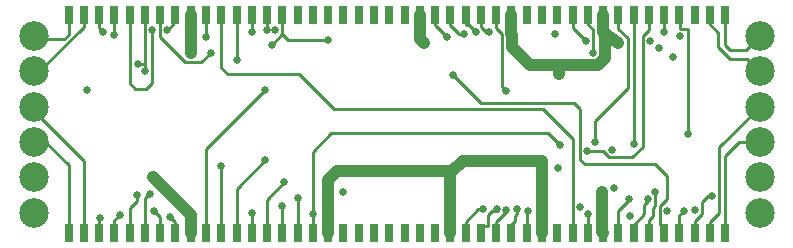
<source format=gtl>
G04*
G04 #@! TF.GenerationSoftware,Altium Limited,Altium Designer,20.0.2 (26)*
G04*
G04 Layer_Physical_Order=1*
G04 Layer_Color=255*
%FSLAX25Y25*%
%MOIN*%
G70*
G01*
G75*
%ADD11C,0.01000*%
%ADD14R,0.03150X0.06299*%
%ADD15C,0.03937*%
%ADD16C,0.09843*%
%ADD17C,0.02500*%
D11*
X537000Y265100D02*
Y272200D01*
X549459Y260209D02*
X553000Y263750D01*
X541664Y260209D02*
X549459D01*
X539774Y262100D02*
X541664Y260209D01*
X534600Y262100D02*
X539774D01*
X548463Y245877D02*
Y246220D01*
X554800Y245700D02*
Y246400D01*
X544886Y242300D02*
X548463Y245877D01*
X529615Y303385D02*
X534100Y298900D01*
X381968Y243145D02*
X384370Y245547D01*
Y247716D01*
X427802Y245991D02*
X433579Y251768D01*
X427802Y235039D02*
Y245991D01*
X388392Y247992D02*
X388818D01*
X387077Y246677D02*
X388392Y247992D01*
X390100Y242400D02*
X392167Y240333D01*
X381968Y243145D02*
X381986Y243128D01*
X437983Y235039D02*
Y246700D01*
X449274Y268100D02*
X521586D01*
X443074Y261900D02*
X449274Y268100D01*
X532200Y259350D02*
Y276250D01*
Y259350D02*
X533750Y257800D01*
X557150D01*
X521586Y268100D02*
X525586Y264100D01*
X529615Y235039D02*
Y266385D01*
X519900Y276100D02*
X529615Y266385D01*
X450200Y276100D02*
X519900D01*
X549977Y264523D02*
Y307480D01*
X537000Y272200D02*
X548000Y283200D01*
X553000Y263750D02*
Y300482D01*
X530150Y278300D02*
X532200Y276250D01*
X534705Y235039D02*
Y241150D01*
X544886Y235039D02*
Y242300D01*
X553500Y244400D02*
X554800Y245700D01*
X557150Y257800D02*
X561168Y253782D01*
X557150Y244034D02*
Y248750D01*
X558700Y237600D02*
Y242384D01*
X558750Y242434D01*
Y243832D01*
X561168Y246250D01*
X553500Y241123D02*
Y244400D01*
X549977Y237600D02*
X553500Y241123D01*
X556392Y243276D02*
X557150Y244034D01*
X561168Y246250D02*
Y253782D01*
X493980Y238630D02*
X498185Y242835D01*
X499646D01*
X501421Y240869D02*
X502651Y242100D01*
X501421Y237521D02*
Y240869D01*
X514688Y242362D02*
X514850Y242200D01*
X514646Y242362D02*
X514688D01*
X510984Y241299D02*
Y243032D01*
X510354Y240669D02*
X510984Y241299D01*
X507559Y242717D02*
X508277D01*
X508278Y242716D01*
X504161Y238600D02*
X508278Y242716D01*
X499071Y237400D02*
X501300D01*
X501421Y237521D01*
X502651Y242100D02*
X504304D01*
X504449Y242441D02*
X504645D01*
X504596Y242392D02*
X504645Y242441D01*
X504449Y242245D02*
Y242441D01*
X504304Y242100D02*
X504449Y242245D01*
X510354Y240669D02*
X510363D01*
Y238811D02*
Y240669D01*
X384685Y291142D02*
X386642D01*
X387077Y291577D01*
X366714Y235039D02*
Y258798D01*
X350000Y275512D02*
X366714Y258798D01*
X350000Y275512D02*
Y277067D01*
X361623Y235039D02*
Y257471D01*
X353838Y265256D02*
X361623Y257471D01*
X350000Y265256D02*
X353838D01*
X366714Y303743D02*
Y307480D01*
X351849Y288878D02*
X366714Y303743D01*
X350000Y288878D02*
X351849D01*
X361623Y300915D02*
Y307480D01*
X360236Y299528D02*
X361623Y300915D01*
X351161Y299528D02*
X360236D01*
X350000Y300689D02*
X351161Y299528D01*
X578504Y241653D02*
Y263524D01*
X575430Y238580D02*
X578504Y241653D01*
X575430Y235039D02*
Y238580D01*
X585256Y265256D02*
X592047D01*
X580521Y260521D02*
X585256Y265256D01*
X580521Y235039D02*
Y260521D01*
X578228Y296811D02*
Y301732D01*
X575430Y304530D02*
X578228Y301732D01*
X575430Y304530D02*
Y307480D01*
X578228Y296811D02*
X581968Y293071D01*
X587854D01*
X592047Y288878D01*
X582126Y296024D02*
X587382D01*
X580521Y297629D02*
X582126Y296024D01*
X580521Y297629D02*
Y307480D01*
X587382Y296024D02*
X592047Y300689D01*
X578504Y263524D02*
X592047Y277067D01*
X574882Y247402D02*
X576043D01*
X572700Y245220D02*
X574882Y247402D01*
X572700Y241260D02*
Y245220D01*
X558700Y237600D02*
X560158D01*
X387077Y291577D02*
Y307480D01*
Y288823D02*
Y291577D01*
X514343Y235039D02*
Y242100D01*
X493980Y304300D02*
X495000D01*
X443074Y241100D02*
Y261900D01*
Y235039D02*
Y241100D01*
X389600Y285000D02*
Y302500D01*
X387600Y283000D02*
X389600Y285000D01*
X383750Y283000D02*
X387600D01*
X381986Y284764D02*
X383750Y283000D01*
X381986Y284764D02*
Y307480D01*
X555068Y235039D02*
Y239380D01*
X556392Y240704D01*
Y243276D01*
X493980Y235039D02*
Y238630D01*
X548000Y283200D02*
Y299850D01*
X544886Y302964D02*
X548000Y299850D01*
X544886Y302964D02*
Y307480D01*
X395500Y240400D02*
X397258Y238642D01*
Y235039D02*
Y238642D01*
X568000Y268000D02*
Y302800D01*
X565549Y302900D02*
X568000Y302800D01*
X565249Y307480D02*
X565549Y302900D01*
X381986Y235039D02*
Y243128D01*
X560158Y301758D02*
Y307480D01*
X565249Y235039D02*
Y240799D01*
X566850Y242400D01*
X387077Y235039D02*
Y246677D01*
X432892Y243892D02*
X432900Y243900D01*
X432892Y235039D02*
Y243892D01*
X549977Y235039D02*
Y237600D01*
X394600Y302600D02*
X396300Y304300D01*
X397258Y307480D01*
X407439Y300131D02*
Y307480D01*
X417620Y235039D02*
Y249620D01*
X427200Y259200D01*
X422711Y301900D02*
Y307480D01*
X407439Y263039D02*
X427050Y282650D01*
X407439Y235039D02*
Y263039D01*
X536500Y294857D02*
Y302705D01*
X534705Y304500D02*
X536500Y302705D01*
X534705Y304500D02*
Y307480D01*
X529615Y303385D02*
Y307480D01*
X560158Y235039D02*
Y237600D01*
X499199Y278300D02*
X530150D01*
X489800Y287699D02*
X499199Y278300D01*
X553000Y300482D02*
X555068Y302550D01*
Y307480D01*
X412530Y235039D02*
Y257330D01*
X371805Y303295D02*
X373200Y301900D01*
X371805Y303295D02*
Y307480D01*
X376895Y301000D02*
Y307480D01*
X417620Y292500D02*
Y307480D01*
X422711Y235039D02*
Y241550D01*
X376895Y239147D02*
X378750Y241002D01*
X376895Y235039D02*
Y239147D01*
X438400Y287900D02*
X450200Y276100D01*
X414630Y287900D02*
X438400D01*
X412530Y290000D02*
X414630Y287900D01*
X412530Y290000D02*
Y307480D01*
X570340Y235039D02*
Y238900D01*
X572700Y241260D01*
X371805Y239905D02*
X371950Y240050D01*
X371805Y235039D02*
Y239905D01*
X392167Y235039D02*
Y240333D01*
X499071Y235039D02*
Y237400D01*
X504161Y303139D02*
Y307480D01*
Y303139D02*
X506050Y301250D01*
Y283500D02*
Y301250D01*
Y283500D02*
X507300Y282250D01*
X504161Y235039D02*
Y238600D01*
X509252Y237700D02*
X510363Y238811D01*
X509252Y235039D02*
Y237700D01*
X405900Y291900D02*
X409000Y295000D01*
X400600Y291900D02*
X405900D01*
X392167Y300333D02*
X400600Y291900D01*
X392167Y300333D02*
Y307480D01*
X432892Y301250D02*
Y307480D01*
X429342Y297700D02*
X432892Y301250D01*
X514443Y242200D02*
X514850D01*
X514343Y242100D02*
X514443Y242200D01*
X495000Y304300D02*
X497450Y301850D01*
X493980Y304300D02*
Y307480D01*
X500821Y302000D02*
X501879D01*
X499071Y303750D02*
X500821Y302000D01*
X499071Y303750D02*
Y307480D01*
X491689Y301400D02*
X493600D01*
X488889Y304200D02*
X491689Y301400D01*
X488889Y304200D02*
Y307480D01*
X483799Y304101D02*
Y307480D01*
Y304101D02*
X487700Y300200D01*
X434742Y299400D02*
X448164D01*
X432892Y301250D02*
X434742Y299400D01*
X427802Y302600D02*
Y307480D01*
D14*
X381986Y235039D02*
D03*
X392167D02*
D03*
X387077D02*
D03*
X371805D02*
D03*
X366714D02*
D03*
X376895D02*
D03*
X361623D02*
D03*
X397258D02*
D03*
X402349D02*
D03*
X412530D02*
D03*
X407439D02*
D03*
X437983D02*
D03*
X448164D02*
D03*
X443074D02*
D03*
X427802D02*
D03*
X422711D02*
D03*
X432892D02*
D03*
X417620D02*
D03*
X453255D02*
D03*
X458346D02*
D03*
X468527D02*
D03*
X463436D02*
D03*
X493980D02*
D03*
X504161D02*
D03*
X499071D02*
D03*
X483799D02*
D03*
X478708D02*
D03*
X488889D02*
D03*
X473617D02*
D03*
X509252D02*
D03*
X514343D02*
D03*
X524524D02*
D03*
X519433D02*
D03*
X381986Y307480D02*
D03*
X392167D02*
D03*
X387077D02*
D03*
X371805D02*
D03*
X366714D02*
D03*
X376895D02*
D03*
X361623D02*
D03*
X397258D02*
D03*
X402349D02*
D03*
X412530D02*
D03*
X407439D02*
D03*
X437983D02*
D03*
X448164D02*
D03*
X443074D02*
D03*
X427802D02*
D03*
X422711D02*
D03*
X432892D02*
D03*
X417620D02*
D03*
X453255D02*
D03*
X458346D02*
D03*
X468527D02*
D03*
X463436D02*
D03*
X493980D02*
D03*
X504161D02*
D03*
X499071D02*
D03*
X483799D02*
D03*
X478708D02*
D03*
X488889D02*
D03*
X473617D02*
D03*
X509252D02*
D03*
X514343D02*
D03*
X524524D02*
D03*
X519433D02*
D03*
X575430D02*
D03*
X580521D02*
D03*
X570340D02*
D03*
X565249D02*
D03*
X529615D02*
D03*
X544886D02*
D03*
X534705D02*
D03*
X539796D02*
D03*
X555068D02*
D03*
X560158D02*
D03*
X549977D02*
D03*
Y235039D02*
D03*
X560158D02*
D03*
X555068D02*
D03*
X539796D02*
D03*
X534705D02*
D03*
X544886D02*
D03*
X529615D02*
D03*
X565249D02*
D03*
X570340D02*
D03*
X580521D02*
D03*
X575430D02*
D03*
D15*
X525236Y291038D02*
X538082D01*
X488889Y254839D02*
X489601Y255551D01*
X451215D02*
X489601D01*
X448164Y252500D02*
X451215Y255551D01*
X489601D02*
X493048Y258998D01*
X488889Y254839D02*
Y255195D01*
Y235039D02*
Y254839D01*
X539494Y235341D02*
Y248640D01*
X539472Y248661D02*
X539494Y248640D01*
Y235341D02*
X539796Y235039D01*
Y301755D02*
Y307480D01*
Y301755D02*
X540319Y301232D01*
X539796Y301755D02*
X544886Y298100D01*
X515458Y291038D02*
X525236D01*
X525276Y287835D02*
Y290999D01*
X525236Y291038D02*
X525276Y290999D01*
X540319Y293275D02*
Y301232D01*
X538082Y291038D02*
X540319Y293275D01*
X509500Y296996D02*
Y300900D01*
Y296996D02*
X515458Y291038D01*
X509252Y301148D02*
X509500Y300900D01*
X493048Y258998D02*
X519433D01*
X448164Y235039D02*
Y252500D01*
X519433Y245783D02*
Y258998D01*
X478708Y299492D02*
Y307480D01*
Y299492D02*
X480100Y298100D01*
X389665Y253445D02*
X402349Y240761D01*
Y235039D02*
Y240761D01*
X519433Y235039D02*
Y245783D01*
X402349Y295000D02*
Y307480D01*
X509252Y301148D02*
Y307480D01*
D16*
X350000Y241634D02*
D03*
Y253445D02*
D03*
Y265256D02*
D03*
Y277067D02*
D03*
Y288878D02*
D03*
Y300689D02*
D03*
X592047Y241634D02*
D03*
Y253445D02*
D03*
Y265256D02*
D03*
Y277067D02*
D03*
Y288878D02*
D03*
Y300689D02*
D03*
D17*
X456599Y255586D02*
D03*
X537000Y265100D02*
D03*
X542638Y262559D02*
D03*
X543312Y249978D02*
D03*
X548463Y246220D02*
D03*
X554800Y246400D02*
D03*
X539472Y248661D02*
D03*
X534100Y298900D02*
D03*
X525276Y287835D02*
D03*
X367874Y282677D02*
D03*
X384370Y247716D02*
D03*
X388818Y247992D02*
D03*
X390100Y242400D02*
D03*
X433579Y251768D02*
D03*
X453255Y248700D02*
D03*
X437983Y246700D02*
D03*
X534600Y262100D02*
D03*
X525586Y264100D02*
D03*
X549977Y264523D02*
D03*
X524700Y256600D02*
D03*
X532100Y243600D02*
D03*
X534705Y241150D02*
D03*
X548900Y240650D02*
D03*
X561100Y242400D02*
D03*
X499646Y242835D02*
D03*
X514646Y242362D02*
D03*
X510984Y243032D02*
D03*
X507559Y242717D02*
D03*
X504449Y242835D02*
D03*
X384685Y291142D02*
D03*
X576043Y247402D02*
D03*
X544886Y298100D02*
D03*
X480100D02*
D03*
X509500Y300900D02*
D03*
X430400Y302600D02*
D03*
X389600Y302500D02*
D03*
X557150Y248750D02*
D03*
X387077Y288823D02*
D03*
X443074Y241100D02*
D03*
X395500Y240400D02*
D03*
X568000Y268000D02*
D03*
X560158Y301758D02*
D03*
X566850Y242400D02*
D03*
X570300Y242600D02*
D03*
X394600Y302600D02*
D03*
X407439Y300131D02*
D03*
X427200Y259200D02*
D03*
X422711Y301900D02*
D03*
X555350Y298950D02*
D03*
X565600Y300500D02*
D03*
X427050Y282650D02*
D03*
X536500Y294857D02*
D03*
X389665Y253445D02*
D03*
X489800Y287699D02*
D03*
X412530Y257330D02*
D03*
X558500Y296600D02*
D03*
X373200Y301900D02*
D03*
X376895Y301000D02*
D03*
X417620Y292500D02*
D03*
X563200Y293750D02*
D03*
X422711Y241550D02*
D03*
X519433Y245783D02*
D03*
X378750Y241002D02*
D03*
X432900Y243900D02*
D03*
X371950Y240050D02*
D03*
X507300Y282250D02*
D03*
X402349Y295000D02*
D03*
X523800Y301400D02*
D03*
X409000Y295000D02*
D03*
X429342Y297700D02*
D03*
X497450Y301850D02*
D03*
X501879Y302000D02*
D03*
X493600Y301400D02*
D03*
X487700Y300200D02*
D03*
X448164Y299400D02*
D03*
X427802Y302600D02*
D03*
M02*

</source>
